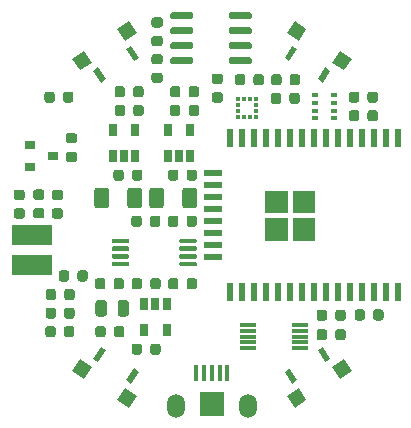
<source format=gbr>
%TF.GenerationSoftware,KiCad,Pcbnew,5.1.7+dfsg1-1~bpo10+1*%
%TF.CreationDate,Date%
%TF.ProjectId,osw-light,6f73772d-6c69-4676-9874-2e6b69636164,3.0*%
%TF.SameCoordinates,Original*%
%TF.FileFunction,Paste,Top*%
%TF.FilePolarity,Positive*%
%FSLAX46Y46*%
G04 Gerber Fmt 4.6, Leading zero omitted, Abs format (unit mm)*
G04 Created by KiCad*
%MOMM*%
%LPD*%
G01*
G04 APERTURE LIST*
%ADD10C,0.100000*%
%ADD11R,0.400000X1.350000*%
%ADD12O,1.500000X2.000000*%
%ADD13R,2.000000X2.000000*%
%ADD14R,3.400000X1.700000*%
%ADD15R,0.650000X1.060000*%
%ADD16R,0.350000X0.375000*%
%ADD17R,0.375000X0.350000*%
%ADD18R,0.500000X0.350000*%
%ADD19R,1.400000X0.300000*%
%ADD20R,0.900000X0.800000*%
%ADD21R,1.524000X0.600000*%
%ADD22R,0.600000X1.524000*%
G04 APERTURE END LIST*
D10*
%TO.C,U7*%
G36*
X80736000Y-101400000D02*
G01*
X80736000Y-99600000D01*
X82536000Y-99600000D01*
X82536000Y-101400000D01*
X80736000Y-101400000D01*
G37*
X80736000Y-101400000D02*
X80736000Y-99600000D01*
X82536000Y-99600000D01*
X82536000Y-101400000D01*
X80736000Y-101400000D01*
G36*
X80736000Y-103700000D02*
G01*
X80736000Y-101900000D01*
X82536000Y-101900000D01*
X82536000Y-103700000D01*
X80736000Y-103700000D01*
G37*
X80736000Y-103700000D02*
X80736000Y-101900000D01*
X82536000Y-101900000D01*
X82536000Y-103700000D01*
X80736000Y-103700000D01*
G36*
X83036000Y-103700000D02*
G01*
X83036000Y-101900000D01*
X84836000Y-101900000D01*
X84836000Y-103700000D01*
X83036000Y-103700000D01*
G37*
X83036000Y-103700000D02*
X83036000Y-101900000D01*
X84836000Y-101900000D01*
X84836000Y-103700000D01*
X83036000Y-103700000D01*
G36*
X83036000Y-101400000D02*
G01*
X83036000Y-99600000D01*
X84836000Y-99600000D01*
X84836000Y-101400000D01*
X83036000Y-101400000D01*
G37*
X83036000Y-101400000D02*
X83036000Y-99600000D01*
X84836000Y-99600000D01*
X84836000Y-101400000D01*
X83036000Y-101400000D01*
%TD*%
D11*
%TO.C,U5*%
X77500000Y-114990500D03*
X76850000Y-114990500D03*
X76200000Y-114990500D03*
X75550000Y-114990500D03*
X74900000Y-114990500D03*
D12*
X79248000Y-117792500D03*
D13*
X76200000Y-117665500D03*
D12*
X73152000Y-117792500D03*
%TD*%
D14*
%TO.C,J1*%
X60960000Y-103327200D03*
X60960000Y-105867200D03*
%TD*%
D10*
%TO.C,SW2*%
G36*
X82772665Y-88581970D02*
G01*
X82353330Y-88309651D01*
X83006897Y-87303246D01*
X83426232Y-87575565D01*
X82772665Y-88581970D01*
G37*
G36*
X85582212Y-90406511D02*
G01*
X85162877Y-90134192D01*
X85816444Y-89127787D01*
X86235779Y-89400106D01*
X85582212Y-90406511D01*
G37*
G36*
X83556726Y-86895408D02*
G01*
X82550321Y-86241841D01*
X83203888Y-85235436D01*
X84210293Y-85889003D01*
X83556726Y-86895408D01*
G37*
G36*
X87391127Y-89385497D02*
G01*
X86384722Y-88731930D01*
X87038289Y-87725525D01*
X88044694Y-88379092D01*
X87391127Y-89385497D01*
G37*
%TD*%
%TO.C,SW1*%
G36*
X67237123Y-90134192D02*
G01*
X66817788Y-90406511D01*
X66164221Y-89400106D01*
X66583556Y-89127787D01*
X67237123Y-90134192D01*
G37*
G36*
X70046670Y-88309651D02*
G01*
X69627335Y-88581970D01*
X68973768Y-87575565D01*
X69393103Y-87303246D01*
X70046670Y-88309651D01*
G37*
G36*
X66015278Y-88731930D02*
G01*
X65008873Y-89385497D01*
X64355306Y-88379092D01*
X65361711Y-87725525D01*
X66015278Y-88731930D01*
G37*
G36*
X69849679Y-86241841D02*
G01*
X68843274Y-86895408D01*
X68189707Y-85889003D01*
X69196112Y-85235436D01*
X69849679Y-86241841D01*
G37*
%TD*%
%TO.C,SW5*%
G36*
X69627335Y-114618030D02*
G01*
X70046670Y-114890349D01*
X69393103Y-115896754D01*
X68973768Y-115624435D01*
X69627335Y-114618030D01*
G37*
G36*
X66817788Y-112793489D02*
G01*
X67237123Y-113065808D01*
X66583556Y-114072213D01*
X66164221Y-113799894D01*
X66817788Y-112793489D01*
G37*
G36*
X68843274Y-116304592D02*
G01*
X69849679Y-116958159D01*
X69196112Y-117964564D01*
X68189707Y-117310997D01*
X68843274Y-116304592D01*
G37*
G36*
X65008873Y-113814503D02*
G01*
X66015278Y-114468070D01*
X65361711Y-115474475D01*
X64355306Y-114820908D01*
X65008873Y-113814503D01*
G37*
%TD*%
%TO.C,SW4*%
G36*
X85162877Y-113065808D02*
G01*
X85582212Y-112793489D01*
X86235779Y-113799894D01*
X85816444Y-114072213D01*
X85162877Y-113065808D01*
G37*
G36*
X82353330Y-114890349D02*
G01*
X82772665Y-114618030D01*
X83426232Y-115624435D01*
X83006897Y-115896754D01*
X82353330Y-114890349D01*
G37*
G36*
X86384722Y-114468070D02*
G01*
X87391127Y-113814503D01*
X88044694Y-114820908D01*
X87038289Y-115474475D01*
X86384722Y-114468070D01*
G37*
G36*
X82550321Y-116958159D02*
G01*
X83556726Y-116304592D01*
X84210293Y-117310997D01*
X83203888Y-117964564D01*
X82550321Y-116958159D01*
G37*
%TD*%
%TO.C,R18*%
G36*
G01*
X71308250Y-89567500D02*
X71820750Y-89567500D01*
G75*
G02*
X72039500Y-89786250I0J-218750D01*
G01*
X72039500Y-90223750D01*
G75*
G02*
X71820750Y-90442500I-218750J0D01*
G01*
X71308250Y-90442500D01*
G75*
G02*
X71089500Y-90223750I0J218750D01*
G01*
X71089500Y-89786250D01*
G75*
G02*
X71308250Y-89567500I218750J0D01*
G01*
G37*
G36*
G01*
X71308250Y-87992500D02*
X71820750Y-87992500D01*
G75*
G02*
X72039500Y-88211250I0J-218750D01*
G01*
X72039500Y-88648750D01*
G75*
G02*
X71820750Y-88867500I-218750J0D01*
G01*
X71308250Y-88867500D01*
G75*
G02*
X71089500Y-88648750I0J218750D01*
G01*
X71089500Y-88211250D01*
G75*
G02*
X71308250Y-87992500I218750J0D01*
G01*
G37*
%TD*%
%TO.C,C11*%
G36*
G01*
X71820750Y-85756000D02*
X71308250Y-85756000D01*
G75*
G02*
X71089500Y-85537250I0J218750D01*
G01*
X71089500Y-85099750D01*
G75*
G02*
X71308250Y-84881000I218750J0D01*
G01*
X71820750Y-84881000D01*
G75*
G02*
X72039500Y-85099750I0J-218750D01*
G01*
X72039500Y-85537250D01*
G75*
G02*
X71820750Y-85756000I-218750J0D01*
G01*
G37*
G36*
G01*
X71820750Y-87331000D02*
X71308250Y-87331000D01*
G75*
G02*
X71089500Y-87112250I0J218750D01*
G01*
X71089500Y-86674750D01*
G75*
G02*
X71308250Y-86456000I218750J0D01*
G01*
X71820750Y-86456000D01*
G75*
G02*
X72039500Y-86674750I0J-218750D01*
G01*
X72039500Y-87112250D01*
G75*
G02*
X71820750Y-87331000I-218750J0D01*
G01*
G37*
%TD*%
%TO.C,C22*%
G36*
G01*
X62862750Y-101061000D02*
X63375250Y-101061000D01*
G75*
G02*
X63594000Y-101279750I0J-218750D01*
G01*
X63594000Y-101717250D01*
G75*
G02*
X63375250Y-101936000I-218750J0D01*
G01*
X62862750Y-101936000D01*
G75*
G02*
X62644000Y-101717250I0J218750D01*
G01*
X62644000Y-101279750D01*
G75*
G02*
X62862750Y-101061000I218750J0D01*
G01*
G37*
G36*
G01*
X62862750Y-99486000D02*
X63375250Y-99486000D01*
G75*
G02*
X63594000Y-99704750I0J-218750D01*
G01*
X63594000Y-100142250D01*
G75*
G02*
X63375250Y-100361000I-218750J0D01*
G01*
X62862750Y-100361000D01*
G75*
G02*
X62644000Y-100142250I0J218750D01*
G01*
X62644000Y-99704750D01*
G75*
G02*
X62862750Y-99486000I218750J0D01*
G01*
G37*
%TD*%
D15*
%TO.C,U13*%
X67833200Y-94404000D03*
X69733200Y-94404000D03*
X69733200Y-96604000D03*
X68783200Y-96604000D03*
X67833200Y-96604000D03*
%TD*%
%TO.C,U10*%
X72456000Y-94404000D03*
X74356000Y-94404000D03*
X74356000Y-96604000D03*
X73406000Y-96604000D03*
X72456000Y-96604000D03*
%TD*%
%TO.C,R22*%
G36*
G01*
X60149450Y-100361000D02*
X59636950Y-100361000D01*
G75*
G02*
X59418200Y-100142250I0J218750D01*
G01*
X59418200Y-99704750D01*
G75*
G02*
X59636950Y-99486000I218750J0D01*
G01*
X60149450Y-99486000D01*
G75*
G02*
X60368200Y-99704750I0J-218750D01*
G01*
X60368200Y-100142250D01*
G75*
G02*
X60149450Y-100361000I-218750J0D01*
G01*
G37*
G36*
G01*
X60149450Y-101936000D02*
X59636950Y-101936000D01*
G75*
G02*
X59418200Y-101717250I0J218750D01*
G01*
X59418200Y-101279750D01*
G75*
G02*
X59636950Y-101061000I218750J0D01*
G01*
X60149450Y-101061000D01*
G75*
G02*
X60368200Y-101279750I0J-218750D01*
G01*
X60368200Y-101717250D01*
G75*
G02*
X60149450Y-101936000I-218750J0D01*
G01*
G37*
%TD*%
%TO.C,R21*%
G36*
G01*
X61287950Y-101035500D02*
X61800450Y-101035500D01*
G75*
G02*
X62019200Y-101254250I0J-218750D01*
G01*
X62019200Y-101691750D01*
G75*
G02*
X61800450Y-101910500I-218750J0D01*
G01*
X61287950Y-101910500D01*
G75*
G02*
X61069200Y-101691750I0J218750D01*
G01*
X61069200Y-101254250D01*
G75*
G02*
X61287950Y-101035500I218750J0D01*
G01*
G37*
G36*
G01*
X61287950Y-99460500D02*
X61800450Y-99460500D01*
G75*
G02*
X62019200Y-99679250I0J-218750D01*
G01*
X62019200Y-100116750D01*
G75*
G02*
X61800450Y-100335500I-218750J0D01*
G01*
X61287950Y-100335500D01*
G75*
G02*
X61069200Y-100116750I0J218750D01*
G01*
X61069200Y-99679250D01*
G75*
G02*
X61287950Y-99460500I218750J0D01*
G01*
G37*
%TD*%
%TO.C,C19*%
G36*
G01*
X69539500Y-91442250D02*
X69539500Y-90929750D01*
G75*
G02*
X69758250Y-90711000I218750J0D01*
G01*
X70195750Y-90711000D01*
G75*
G02*
X70414500Y-90929750I0J-218750D01*
G01*
X70414500Y-91442250D01*
G75*
G02*
X70195750Y-91661000I-218750J0D01*
G01*
X69758250Y-91661000D01*
G75*
G02*
X69539500Y-91442250I0J218750D01*
G01*
G37*
G36*
G01*
X67964500Y-91442250D02*
X67964500Y-90929750D01*
G75*
G02*
X68183250Y-90711000I218750J0D01*
G01*
X68620750Y-90711000D01*
G75*
G02*
X68839500Y-90929750I0J-218750D01*
G01*
X68839500Y-91442250D01*
G75*
G02*
X68620750Y-91661000I-218750J0D01*
G01*
X68183250Y-91661000D01*
G75*
G02*
X67964500Y-91442250I0J218750D01*
G01*
G37*
%TD*%
%TO.C,C18*%
G36*
G01*
X74238600Y-91442250D02*
X74238600Y-90929750D01*
G75*
G02*
X74457350Y-90711000I218750J0D01*
G01*
X74894850Y-90711000D01*
G75*
G02*
X75113600Y-90929750I0J-218750D01*
G01*
X75113600Y-91442250D01*
G75*
G02*
X74894850Y-91661000I-218750J0D01*
G01*
X74457350Y-91661000D01*
G75*
G02*
X74238600Y-91442250I0J218750D01*
G01*
G37*
G36*
G01*
X72663600Y-91442250D02*
X72663600Y-90929750D01*
G75*
G02*
X72882350Y-90711000I218750J0D01*
G01*
X73319850Y-90711000D01*
G75*
G02*
X73538600Y-90929750I0J-218750D01*
G01*
X73538600Y-91442250D01*
G75*
G02*
X73319850Y-91661000I-218750J0D01*
G01*
X72882350Y-91661000D01*
G75*
G02*
X72663600Y-91442250I0J218750D01*
G01*
G37*
%TD*%
%TO.C,C17*%
G36*
G01*
X69539500Y-93029750D02*
X69539500Y-92517250D01*
G75*
G02*
X69758250Y-92298500I218750J0D01*
G01*
X70195750Y-92298500D01*
G75*
G02*
X70414500Y-92517250I0J-218750D01*
G01*
X70414500Y-93029750D01*
G75*
G02*
X70195750Y-93248500I-218750J0D01*
G01*
X69758250Y-93248500D01*
G75*
G02*
X69539500Y-93029750I0J218750D01*
G01*
G37*
G36*
G01*
X67964500Y-93029750D02*
X67964500Y-92517250D01*
G75*
G02*
X68183250Y-92298500I218750J0D01*
G01*
X68620750Y-92298500D01*
G75*
G02*
X68839500Y-92517250I0J-218750D01*
G01*
X68839500Y-93029750D01*
G75*
G02*
X68620750Y-93248500I-218750J0D01*
G01*
X68183250Y-93248500D01*
G75*
G02*
X67964500Y-93029750I0J218750D01*
G01*
G37*
%TD*%
%TO.C,C16*%
G36*
G01*
X74238600Y-93029750D02*
X74238600Y-92517250D01*
G75*
G02*
X74457350Y-92298500I218750J0D01*
G01*
X74894850Y-92298500D01*
G75*
G02*
X75113600Y-92517250I0J-218750D01*
G01*
X75113600Y-93029750D01*
G75*
G02*
X74894850Y-93248500I-218750J0D01*
G01*
X74457350Y-93248500D01*
G75*
G02*
X74238600Y-93029750I0J218750D01*
G01*
G37*
G36*
G01*
X72663600Y-93029750D02*
X72663600Y-92517250D01*
G75*
G02*
X72882350Y-92298500I218750J0D01*
G01*
X73319850Y-92298500D01*
G75*
G02*
X73538600Y-92517250I0J-218750D01*
G01*
X73538600Y-93029750D01*
G75*
G02*
X73319850Y-93248500I-218750J0D01*
G01*
X72882350Y-93248500D01*
G75*
G02*
X72663600Y-93029750I0J218750D01*
G01*
G37*
%TD*%
%TO.C,C15*%
G36*
G01*
X69438000Y-98503450D02*
X69438000Y-97990950D01*
G75*
G02*
X69656750Y-97772200I218750J0D01*
G01*
X70094250Y-97772200D01*
G75*
G02*
X70313000Y-97990950I0J-218750D01*
G01*
X70313000Y-98503450D01*
G75*
G02*
X70094250Y-98722200I-218750J0D01*
G01*
X69656750Y-98722200D01*
G75*
G02*
X69438000Y-98503450I0J218750D01*
G01*
G37*
G36*
G01*
X67863000Y-98503450D02*
X67863000Y-97990950D01*
G75*
G02*
X68081750Y-97772200I218750J0D01*
G01*
X68519250Y-97772200D01*
G75*
G02*
X68738000Y-97990950I0J-218750D01*
G01*
X68738000Y-98503450D01*
G75*
G02*
X68519250Y-98722200I-218750J0D01*
G01*
X68081750Y-98722200D01*
G75*
G02*
X67863000Y-98503450I0J218750D01*
G01*
G37*
%TD*%
%TO.C,C14*%
G36*
G01*
X74060800Y-98503450D02*
X74060800Y-97990950D01*
G75*
G02*
X74279550Y-97772200I218750J0D01*
G01*
X74717050Y-97772200D01*
G75*
G02*
X74935800Y-97990950I0J-218750D01*
G01*
X74935800Y-98503450D01*
G75*
G02*
X74717050Y-98722200I-218750J0D01*
G01*
X74279550Y-98722200D01*
G75*
G02*
X74060800Y-98503450I0J218750D01*
G01*
G37*
G36*
G01*
X72485800Y-98503450D02*
X72485800Y-97990950D01*
G75*
G02*
X72704550Y-97772200I218750J0D01*
G01*
X73142050Y-97772200D01*
G75*
G02*
X73360800Y-97990950I0J-218750D01*
G01*
X73360800Y-98503450D01*
G75*
G02*
X73142050Y-98722200I-218750J0D01*
G01*
X72704550Y-98722200D01*
G75*
G02*
X72485800Y-98503450I0J218750D01*
G01*
G37*
%TD*%
%TO.C,C6*%
G36*
G01*
X69050200Y-100802600D02*
X69050200Y-99552600D01*
G75*
G02*
X69300200Y-99302600I250000J0D01*
G01*
X70050200Y-99302600D01*
G75*
G02*
X70300200Y-99552600I0J-250000D01*
G01*
X70300200Y-100802600D01*
G75*
G02*
X70050200Y-101052600I-250000J0D01*
G01*
X69300200Y-101052600D01*
G75*
G02*
X69050200Y-100802600I0J250000D01*
G01*
G37*
G36*
G01*
X66250200Y-100802600D02*
X66250200Y-99552600D01*
G75*
G02*
X66500200Y-99302600I250000J0D01*
G01*
X67250200Y-99302600D01*
G75*
G02*
X67500200Y-99552600I0J-250000D01*
G01*
X67500200Y-100802600D01*
G75*
G02*
X67250200Y-101052600I-250000J0D01*
G01*
X66500200Y-101052600D01*
G75*
G02*
X66250200Y-100802600I0J250000D01*
G01*
G37*
%TD*%
%TO.C,C5*%
G36*
G01*
X73695400Y-100802600D02*
X73695400Y-99552600D01*
G75*
G02*
X73945400Y-99302600I250000J0D01*
G01*
X74695400Y-99302600D01*
G75*
G02*
X74945400Y-99552600I0J-250000D01*
G01*
X74945400Y-100802600D01*
G75*
G02*
X74695400Y-101052600I-250000J0D01*
G01*
X73945400Y-101052600D01*
G75*
G02*
X73695400Y-100802600I0J250000D01*
G01*
G37*
G36*
G01*
X70895400Y-100802600D02*
X70895400Y-99552600D01*
G75*
G02*
X71145400Y-99302600I250000J0D01*
G01*
X71895400Y-99302600D01*
G75*
G02*
X72145400Y-99552600I0J-250000D01*
G01*
X72145400Y-100802600D01*
G75*
G02*
X71895400Y-101052600I-250000J0D01*
G01*
X71145400Y-101052600D01*
G75*
G02*
X70895400Y-100802600I0J250000D01*
G01*
G37*
%TD*%
D16*
%TO.C,U2*%
X79434500Y-91820500D03*
X78934500Y-91820500D03*
X79434500Y-93345500D03*
X78934500Y-93345500D03*
X78434500Y-91820500D03*
X78434500Y-93345500D03*
X79934500Y-91820500D03*
X79934500Y-93345500D03*
D17*
X78422000Y-92333000D03*
X78422000Y-92833000D03*
X79947000Y-92833000D03*
X79947000Y-92333000D03*
%TD*%
%TO.C,U9*%
G36*
G01*
X74923200Y-105675400D02*
X74923200Y-105875400D01*
G75*
G02*
X74823200Y-105975400I-100000J0D01*
G01*
X73548200Y-105975400D01*
G75*
G02*
X73448200Y-105875400I0J100000D01*
G01*
X73448200Y-105675400D01*
G75*
G02*
X73548200Y-105575400I100000J0D01*
G01*
X74823200Y-105575400D01*
G75*
G02*
X74923200Y-105675400I0J-100000D01*
G01*
G37*
G36*
G01*
X74923200Y-105025400D02*
X74923200Y-105225400D01*
G75*
G02*
X74823200Y-105325400I-100000J0D01*
G01*
X73548200Y-105325400D01*
G75*
G02*
X73448200Y-105225400I0J100000D01*
G01*
X73448200Y-105025400D01*
G75*
G02*
X73548200Y-104925400I100000J0D01*
G01*
X74823200Y-104925400D01*
G75*
G02*
X74923200Y-105025400I0J-100000D01*
G01*
G37*
G36*
G01*
X74923200Y-104375400D02*
X74923200Y-104575400D01*
G75*
G02*
X74823200Y-104675400I-100000J0D01*
G01*
X73548200Y-104675400D01*
G75*
G02*
X73448200Y-104575400I0J100000D01*
G01*
X73448200Y-104375400D01*
G75*
G02*
X73548200Y-104275400I100000J0D01*
G01*
X74823200Y-104275400D01*
G75*
G02*
X74923200Y-104375400I0J-100000D01*
G01*
G37*
G36*
G01*
X74923200Y-103725400D02*
X74923200Y-103925400D01*
G75*
G02*
X74823200Y-104025400I-100000J0D01*
G01*
X73548200Y-104025400D01*
G75*
G02*
X73448200Y-103925400I0J100000D01*
G01*
X73448200Y-103725400D01*
G75*
G02*
X73548200Y-103625400I100000J0D01*
G01*
X74823200Y-103625400D01*
G75*
G02*
X74923200Y-103725400I0J-100000D01*
G01*
G37*
G36*
G01*
X69198200Y-103725400D02*
X69198200Y-103925400D01*
G75*
G02*
X69098200Y-104025400I-100000J0D01*
G01*
X67823200Y-104025400D01*
G75*
G02*
X67723200Y-103925400I0J100000D01*
G01*
X67723200Y-103725400D01*
G75*
G02*
X67823200Y-103625400I100000J0D01*
G01*
X69098200Y-103625400D01*
G75*
G02*
X69198200Y-103725400I0J-100000D01*
G01*
G37*
G36*
G01*
X69198200Y-104375400D02*
X69198200Y-104575400D01*
G75*
G02*
X69098200Y-104675400I-100000J0D01*
G01*
X67823200Y-104675400D01*
G75*
G02*
X67723200Y-104575400I0J100000D01*
G01*
X67723200Y-104375400D01*
G75*
G02*
X67823200Y-104275400I100000J0D01*
G01*
X69098200Y-104275400D01*
G75*
G02*
X69198200Y-104375400I0J-100000D01*
G01*
G37*
G36*
G01*
X69198200Y-105025400D02*
X69198200Y-105225400D01*
G75*
G02*
X69098200Y-105325400I-100000J0D01*
G01*
X67823200Y-105325400D01*
G75*
G02*
X67723200Y-105225400I0J100000D01*
G01*
X67723200Y-105025400D01*
G75*
G02*
X67823200Y-104925400I100000J0D01*
G01*
X69098200Y-104925400D01*
G75*
G02*
X69198200Y-105025400I0J-100000D01*
G01*
G37*
G36*
G01*
X69198200Y-105675400D02*
X69198200Y-105875400D01*
G75*
G02*
X69098200Y-105975400I-100000J0D01*
G01*
X67823200Y-105975400D01*
G75*
G02*
X67723200Y-105875400I0J100000D01*
G01*
X67723200Y-105675400D01*
G75*
G02*
X67823200Y-105575400I100000J0D01*
G01*
X69098200Y-105575400D01*
G75*
G02*
X69198200Y-105675400I0J-100000D01*
G01*
G37*
%TD*%
%TO.C,R19*%
G36*
G01*
X74060800Y-102415050D02*
X74060800Y-101902550D01*
G75*
G02*
X74279550Y-101683800I218750J0D01*
G01*
X74717050Y-101683800D01*
G75*
G02*
X74935800Y-101902550I0J-218750D01*
G01*
X74935800Y-102415050D01*
G75*
G02*
X74717050Y-102633800I-218750J0D01*
G01*
X74279550Y-102633800D01*
G75*
G02*
X74060800Y-102415050I0J218750D01*
G01*
G37*
G36*
G01*
X72485800Y-102415050D02*
X72485800Y-101902550D01*
G75*
G02*
X72704550Y-101683800I218750J0D01*
G01*
X73142050Y-101683800D01*
G75*
G02*
X73360800Y-101902550I0J-218750D01*
G01*
X73360800Y-102415050D01*
G75*
G02*
X73142050Y-102633800I-218750J0D01*
G01*
X72704550Y-102633800D01*
G75*
G02*
X72485800Y-102415050I0J218750D01*
G01*
G37*
%TD*%
%TO.C,C13*%
G36*
G01*
X76913450Y-90531200D02*
X76400950Y-90531200D01*
G75*
G02*
X76182200Y-90312450I0J218750D01*
G01*
X76182200Y-89874950D01*
G75*
G02*
X76400950Y-89656200I218750J0D01*
G01*
X76913450Y-89656200D01*
G75*
G02*
X77132200Y-89874950I0J-218750D01*
G01*
X77132200Y-90312450D01*
G75*
G02*
X76913450Y-90531200I-218750J0D01*
G01*
G37*
G36*
G01*
X76913450Y-92106200D02*
X76400950Y-92106200D01*
G75*
G02*
X76182200Y-91887450I0J218750D01*
G01*
X76182200Y-91449950D01*
G75*
G02*
X76400950Y-91231200I218750J0D01*
G01*
X76913450Y-91231200D01*
G75*
G02*
X77132200Y-91449950I0J-218750D01*
G01*
X77132200Y-91887450D01*
G75*
G02*
X76913450Y-92106200I-218750J0D01*
G01*
G37*
%TD*%
%TO.C,C12*%
G36*
G01*
X82072900Y-91488550D02*
X82072900Y-92001050D01*
G75*
G02*
X81854150Y-92219800I-218750J0D01*
G01*
X81416650Y-92219800D01*
G75*
G02*
X81197900Y-92001050I0J218750D01*
G01*
X81197900Y-91488550D01*
G75*
G02*
X81416650Y-91269800I218750J0D01*
G01*
X81854150Y-91269800D01*
G75*
G02*
X82072900Y-91488550I0J-218750D01*
G01*
G37*
G36*
G01*
X83647900Y-91488550D02*
X83647900Y-92001050D01*
G75*
G02*
X83429150Y-92219800I-218750J0D01*
G01*
X82991650Y-92219800D01*
G75*
G02*
X82772900Y-92001050I0J218750D01*
G01*
X82772900Y-91488550D01*
G75*
G02*
X82991650Y-91269800I218750J0D01*
G01*
X83429150Y-91269800D01*
G75*
G02*
X83647900Y-91488550I0J-218750D01*
G01*
G37*
%TD*%
%TO.C,C9*%
G36*
G01*
X86659200Y-112016250D02*
X86659200Y-111503750D01*
G75*
G02*
X86877950Y-111285000I218750J0D01*
G01*
X87315450Y-111285000D01*
G75*
G02*
X87534200Y-111503750I0J-218750D01*
G01*
X87534200Y-112016250D01*
G75*
G02*
X87315450Y-112235000I-218750J0D01*
G01*
X86877950Y-112235000D01*
G75*
G02*
X86659200Y-112016250I0J218750D01*
G01*
G37*
G36*
G01*
X85084200Y-112016250D02*
X85084200Y-111503750D01*
G75*
G02*
X85302950Y-111285000I218750J0D01*
G01*
X85740450Y-111285000D01*
G75*
G02*
X85959200Y-111503750I0J-218750D01*
G01*
X85959200Y-112016250D01*
G75*
G02*
X85740450Y-112235000I-218750J0D01*
G01*
X85302950Y-112235000D01*
G75*
G02*
X85084200Y-112016250I0J218750D01*
G01*
G37*
%TD*%
%TO.C,C8*%
G36*
G01*
X88676900Y-92961750D02*
X88676900Y-93474250D01*
G75*
G02*
X88458150Y-93693000I-218750J0D01*
G01*
X88020650Y-93693000D01*
G75*
G02*
X87801900Y-93474250I0J218750D01*
G01*
X87801900Y-92961750D01*
G75*
G02*
X88020650Y-92743000I218750J0D01*
G01*
X88458150Y-92743000D01*
G75*
G02*
X88676900Y-92961750I0J-218750D01*
G01*
G37*
G36*
G01*
X90251900Y-92961750D02*
X90251900Y-93474250D01*
G75*
G02*
X90033150Y-93693000I-218750J0D01*
G01*
X89595650Y-93693000D01*
G75*
G02*
X89376900Y-93474250I0J218750D01*
G01*
X89376900Y-92961750D01*
G75*
G02*
X89595650Y-92743000I218750J0D01*
G01*
X90033150Y-92743000D01*
G75*
G02*
X90251900Y-92961750I0J-218750D01*
G01*
G37*
%TD*%
%TO.C,R17*%
G36*
G01*
X62997600Y-109674950D02*
X62997600Y-110187450D01*
G75*
G02*
X62778850Y-110406200I-218750J0D01*
G01*
X62341350Y-110406200D01*
G75*
G02*
X62122600Y-110187450I0J218750D01*
G01*
X62122600Y-109674950D01*
G75*
G02*
X62341350Y-109456200I218750J0D01*
G01*
X62778850Y-109456200D01*
G75*
G02*
X62997600Y-109674950I0J-218750D01*
G01*
G37*
G36*
G01*
X64572600Y-109674950D02*
X64572600Y-110187450D01*
G75*
G02*
X64353850Y-110406200I-218750J0D01*
G01*
X63916350Y-110406200D01*
G75*
G02*
X63697600Y-110187450I0J218750D01*
G01*
X63697600Y-109674950D01*
G75*
G02*
X63916350Y-109456200I218750J0D01*
G01*
X64353850Y-109456200D01*
G75*
G02*
X64572600Y-109674950I0J-218750D01*
G01*
G37*
%TD*%
%TO.C,R16*%
G36*
G01*
X63697600Y-108612650D02*
X63697600Y-108100150D01*
G75*
G02*
X63916350Y-107881400I218750J0D01*
G01*
X64353850Y-107881400D01*
G75*
G02*
X64572600Y-108100150I0J-218750D01*
G01*
X64572600Y-108612650D01*
G75*
G02*
X64353850Y-108831400I-218750J0D01*
G01*
X63916350Y-108831400D01*
G75*
G02*
X63697600Y-108612650I0J218750D01*
G01*
G37*
G36*
G01*
X62122600Y-108612650D02*
X62122600Y-108100150D01*
G75*
G02*
X62341350Y-107881400I218750J0D01*
G01*
X62778850Y-107881400D01*
G75*
G02*
X62997600Y-108100150I0J-218750D01*
G01*
X62997600Y-108612650D01*
G75*
G02*
X62778850Y-108831400I-218750J0D01*
G01*
X62341350Y-108831400D01*
G75*
G02*
X62122600Y-108612650I0J218750D01*
G01*
G37*
%TD*%
%TO.C,R7*%
G36*
G01*
X79724900Y-90426250D02*
X79724900Y-89913750D01*
G75*
G02*
X79943650Y-89695000I218750J0D01*
G01*
X80381150Y-89695000D01*
G75*
G02*
X80599900Y-89913750I0J-218750D01*
G01*
X80599900Y-90426250D01*
G75*
G02*
X80381150Y-90645000I-218750J0D01*
G01*
X79943650Y-90645000D01*
G75*
G02*
X79724900Y-90426250I0J218750D01*
G01*
G37*
G36*
G01*
X78149900Y-90426250D02*
X78149900Y-89913750D01*
G75*
G02*
X78368650Y-89695000I218750J0D01*
G01*
X78806150Y-89695000D01*
G75*
G02*
X79024900Y-89913750I0J-218750D01*
G01*
X79024900Y-90426250D01*
G75*
G02*
X78806150Y-90645000I-218750J0D01*
G01*
X78368650Y-90645000D01*
G75*
G02*
X78149900Y-90426250I0J218750D01*
G01*
G37*
%TD*%
%TO.C,R6*%
G36*
G01*
X82098400Y-89913750D02*
X82098400Y-90426250D01*
G75*
G02*
X81879650Y-90645000I-218750J0D01*
G01*
X81442150Y-90645000D01*
G75*
G02*
X81223400Y-90426250I0J218750D01*
G01*
X81223400Y-89913750D01*
G75*
G02*
X81442150Y-89695000I218750J0D01*
G01*
X81879650Y-89695000D01*
G75*
G02*
X82098400Y-89913750I0J-218750D01*
G01*
G37*
G36*
G01*
X83673400Y-89913750D02*
X83673400Y-90426250D01*
G75*
G02*
X83454650Y-90645000I-218750J0D01*
G01*
X83017150Y-90645000D01*
G75*
G02*
X82798400Y-90426250I0J218750D01*
G01*
X82798400Y-89913750D01*
G75*
G02*
X83017150Y-89695000I218750J0D01*
G01*
X83454650Y-89695000D01*
G75*
G02*
X83673400Y-89913750I0J-218750D01*
G01*
G37*
%TD*%
D18*
%TO.C,U3*%
X84950400Y-93431000D03*
X86550400Y-91481000D03*
X86550400Y-92131000D03*
X86550400Y-92781000D03*
X84950400Y-91481000D03*
X84950400Y-92131000D03*
X84950400Y-92781000D03*
X86550400Y-93431000D03*
%TD*%
%TO.C,U1*%
G36*
G01*
X77636500Y-84909800D02*
X77636500Y-84609800D01*
G75*
G02*
X77786500Y-84459800I150000J0D01*
G01*
X79436500Y-84459800D01*
G75*
G02*
X79586500Y-84609800I0J-150000D01*
G01*
X79586500Y-84909800D01*
G75*
G02*
X79436500Y-85059800I-150000J0D01*
G01*
X77786500Y-85059800D01*
G75*
G02*
X77636500Y-84909800I0J150000D01*
G01*
G37*
G36*
G01*
X77636500Y-86179800D02*
X77636500Y-85879800D01*
G75*
G02*
X77786500Y-85729800I150000J0D01*
G01*
X79436500Y-85729800D01*
G75*
G02*
X79586500Y-85879800I0J-150000D01*
G01*
X79586500Y-86179800D01*
G75*
G02*
X79436500Y-86329800I-150000J0D01*
G01*
X77786500Y-86329800D01*
G75*
G02*
X77636500Y-86179800I0J150000D01*
G01*
G37*
G36*
G01*
X77636500Y-87449800D02*
X77636500Y-87149800D01*
G75*
G02*
X77786500Y-86999800I150000J0D01*
G01*
X79436500Y-86999800D01*
G75*
G02*
X79586500Y-87149800I0J-150000D01*
G01*
X79586500Y-87449800D01*
G75*
G02*
X79436500Y-87599800I-150000J0D01*
G01*
X77786500Y-87599800D01*
G75*
G02*
X77636500Y-87449800I0J150000D01*
G01*
G37*
G36*
G01*
X77636500Y-88719800D02*
X77636500Y-88419800D01*
G75*
G02*
X77786500Y-88269800I150000J0D01*
G01*
X79436500Y-88269800D01*
G75*
G02*
X79586500Y-88419800I0J-150000D01*
G01*
X79586500Y-88719800D01*
G75*
G02*
X79436500Y-88869800I-150000J0D01*
G01*
X77786500Y-88869800D01*
G75*
G02*
X77636500Y-88719800I0J150000D01*
G01*
G37*
G36*
G01*
X72686500Y-88719800D02*
X72686500Y-88419800D01*
G75*
G02*
X72836500Y-88269800I150000J0D01*
G01*
X74486500Y-88269800D01*
G75*
G02*
X74636500Y-88419800I0J-150000D01*
G01*
X74636500Y-88719800D01*
G75*
G02*
X74486500Y-88869800I-150000J0D01*
G01*
X72836500Y-88869800D01*
G75*
G02*
X72686500Y-88719800I0J150000D01*
G01*
G37*
G36*
G01*
X72686500Y-87449800D02*
X72686500Y-87149800D01*
G75*
G02*
X72836500Y-86999800I150000J0D01*
G01*
X74486500Y-86999800D01*
G75*
G02*
X74636500Y-87149800I0J-150000D01*
G01*
X74636500Y-87449800D01*
G75*
G02*
X74486500Y-87599800I-150000J0D01*
G01*
X72836500Y-87599800D01*
G75*
G02*
X72686500Y-87449800I0J150000D01*
G01*
G37*
G36*
G01*
X72686500Y-86179800D02*
X72686500Y-85879800D01*
G75*
G02*
X72836500Y-85729800I150000J0D01*
G01*
X74486500Y-85729800D01*
G75*
G02*
X74636500Y-85879800I0J-150000D01*
G01*
X74636500Y-86179800D01*
G75*
G02*
X74486500Y-86329800I-150000J0D01*
G01*
X72836500Y-86329800D01*
G75*
G02*
X72686500Y-86179800I0J150000D01*
G01*
G37*
G36*
G01*
X72686500Y-84909800D02*
X72686500Y-84609800D01*
G75*
G02*
X72836500Y-84459800I150000J0D01*
G01*
X74486500Y-84459800D01*
G75*
G02*
X74636500Y-84609800I0J-150000D01*
G01*
X74636500Y-84909800D01*
G75*
G02*
X74486500Y-85059800I-150000J0D01*
G01*
X72836500Y-85059800D01*
G75*
G02*
X72686500Y-84909800I0J150000D01*
G01*
G37*
%TD*%
D19*
%TO.C,U6*%
X79283200Y-110912400D03*
X79283200Y-111412400D03*
X79283200Y-111912400D03*
X79283200Y-112412400D03*
X79283200Y-112912400D03*
X83683200Y-112912400D03*
X83683200Y-112412400D03*
X83683200Y-111912400D03*
X83683200Y-111412400D03*
X83683200Y-110912400D03*
%TD*%
D15*
%TO.C,U11*%
X72374800Y-109136000D03*
X71424800Y-109136000D03*
X70474800Y-109136000D03*
X70474800Y-111336000D03*
X72374800Y-111336000D03*
%TD*%
%TO.C,R11*%
G36*
G01*
X89376900Y-91899450D02*
X89376900Y-91386950D01*
G75*
G02*
X89595650Y-91168200I218750J0D01*
G01*
X90033150Y-91168200D01*
G75*
G02*
X90251900Y-91386950I0J-218750D01*
G01*
X90251900Y-91899450D01*
G75*
G02*
X90033150Y-92118200I-218750J0D01*
G01*
X89595650Y-92118200D01*
G75*
G02*
X89376900Y-91899450I0J218750D01*
G01*
G37*
G36*
G01*
X87801900Y-91899450D02*
X87801900Y-91386950D01*
G75*
G02*
X88020650Y-91168200I218750J0D01*
G01*
X88458150Y-91168200D01*
G75*
G02*
X88676900Y-91386950I0J-218750D01*
G01*
X88676900Y-91899450D01*
G75*
G02*
X88458150Y-92118200I-218750J0D01*
G01*
X88020650Y-92118200D01*
G75*
G02*
X87801900Y-91899450I0J218750D01*
G01*
G37*
%TD*%
%TO.C,R10*%
G36*
G01*
X62896000Y-91386950D02*
X62896000Y-91899450D01*
G75*
G02*
X62677250Y-92118200I-218750J0D01*
G01*
X62239750Y-92118200D01*
G75*
G02*
X62021000Y-91899450I0J218750D01*
G01*
X62021000Y-91386950D01*
G75*
G02*
X62239750Y-91168200I218750J0D01*
G01*
X62677250Y-91168200D01*
G75*
G02*
X62896000Y-91386950I0J-218750D01*
G01*
G37*
G36*
G01*
X64471000Y-91386950D02*
X64471000Y-91899450D01*
G75*
G02*
X64252250Y-92118200I-218750J0D01*
G01*
X63814750Y-92118200D01*
G75*
G02*
X63596000Y-91899450I0J218750D01*
G01*
X63596000Y-91386950D01*
G75*
G02*
X63814750Y-91168200I218750J0D01*
G01*
X64252250Y-91168200D01*
G75*
G02*
X64471000Y-91386950I0J-218750D01*
G01*
G37*
%TD*%
%TO.C,R14*%
G36*
G01*
X70262000Y-101902550D02*
X70262000Y-102415050D01*
G75*
G02*
X70043250Y-102633800I-218750J0D01*
G01*
X69605750Y-102633800D01*
G75*
G02*
X69387000Y-102415050I0J218750D01*
G01*
X69387000Y-101902550D01*
G75*
G02*
X69605750Y-101683800I218750J0D01*
G01*
X70043250Y-101683800D01*
G75*
G02*
X70262000Y-101902550I0J-218750D01*
G01*
G37*
G36*
G01*
X71837000Y-101902550D02*
X71837000Y-102415050D01*
G75*
G02*
X71618250Y-102633800I-218750J0D01*
G01*
X71180750Y-102633800D01*
G75*
G02*
X70962000Y-102415050I0J218750D01*
G01*
X70962000Y-101902550D01*
G75*
G02*
X71180750Y-101683800I218750J0D01*
G01*
X71618250Y-101683800D01*
G75*
G02*
X71837000Y-101902550I0J-218750D01*
G01*
G37*
%TD*%
%TO.C,R4*%
G36*
G01*
X86659200Y-110365250D02*
X86659200Y-109852750D01*
G75*
G02*
X86877950Y-109634000I218750J0D01*
G01*
X87315450Y-109634000D01*
G75*
G02*
X87534200Y-109852750I0J-218750D01*
G01*
X87534200Y-110365250D01*
G75*
G02*
X87315450Y-110584000I-218750J0D01*
G01*
X86877950Y-110584000D01*
G75*
G02*
X86659200Y-110365250I0J218750D01*
G01*
G37*
G36*
G01*
X85084200Y-110365250D02*
X85084200Y-109852750D01*
G75*
G02*
X85302950Y-109634000I218750J0D01*
G01*
X85740450Y-109634000D01*
G75*
G02*
X85959200Y-109852750I0J-218750D01*
G01*
X85959200Y-110365250D01*
G75*
G02*
X85740450Y-110584000I-218750J0D01*
G01*
X85302950Y-110584000D01*
G75*
G02*
X85084200Y-110365250I0J218750D01*
G01*
G37*
%TD*%
%TO.C,R15*%
G36*
G01*
X67175900Y-107185750D02*
X67175900Y-107698250D01*
G75*
G02*
X66957150Y-107917000I-218750J0D01*
G01*
X66519650Y-107917000D01*
G75*
G02*
X66300900Y-107698250I0J218750D01*
G01*
X66300900Y-107185750D01*
G75*
G02*
X66519650Y-106967000I218750J0D01*
G01*
X66957150Y-106967000D01*
G75*
G02*
X67175900Y-107185750I0J-218750D01*
G01*
G37*
G36*
G01*
X68750900Y-107185750D02*
X68750900Y-107698250D01*
G75*
G02*
X68532150Y-107917000I-218750J0D01*
G01*
X68094650Y-107917000D01*
G75*
G02*
X67875900Y-107698250I0J218750D01*
G01*
X67875900Y-107185750D01*
G75*
G02*
X68094650Y-106967000I218750J0D01*
G01*
X68532150Y-106967000D01*
G75*
G02*
X68750900Y-107185750I0J-218750D01*
G01*
G37*
%TD*%
%TO.C,R13*%
G36*
G01*
X67914000Y-111762250D02*
X67914000Y-111249750D01*
G75*
G02*
X68132750Y-111031000I218750J0D01*
G01*
X68570250Y-111031000D01*
G75*
G02*
X68789000Y-111249750I0J-218750D01*
G01*
X68789000Y-111762250D01*
G75*
G02*
X68570250Y-111981000I-218750J0D01*
G01*
X68132750Y-111981000D01*
G75*
G02*
X67914000Y-111762250I0J218750D01*
G01*
G37*
G36*
G01*
X66339000Y-111762250D02*
X66339000Y-111249750D01*
G75*
G02*
X66557750Y-111031000I218750J0D01*
G01*
X66995250Y-111031000D01*
G75*
G02*
X67214000Y-111249750I0J-218750D01*
G01*
X67214000Y-111762250D01*
G75*
G02*
X66995250Y-111981000I-218750J0D01*
G01*
X66557750Y-111981000D01*
G75*
G02*
X66339000Y-111762250I0J218750D01*
G01*
G37*
%TD*%
%TO.C,R1*%
G36*
G01*
X64056550Y-96260400D02*
X64569050Y-96260400D01*
G75*
G02*
X64787800Y-96479150I0J-218750D01*
G01*
X64787800Y-96916650D01*
G75*
G02*
X64569050Y-97135400I-218750J0D01*
G01*
X64056550Y-97135400D01*
G75*
G02*
X63837800Y-96916650I0J218750D01*
G01*
X63837800Y-96479150D01*
G75*
G02*
X64056550Y-96260400I218750J0D01*
G01*
G37*
G36*
G01*
X64056550Y-94685400D02*
X64569050Y-94685400D01*
G75*
G02*
X64787800Y-94904150I0J-218750D01*
G01*
X64787800Y-95341650D01*
G75*
G02*
X64569050Y-95560400I-218750J0D01*
G01*
X64056550Y-95560400D01*
G75*
G02*
X63837800Y-95341650I0J218750D01*
G01*
X63837800Y-94904150D01*
G75*
G02*
X64056550Y-94685400I218750J0D01*
G01*
G37*
%TD*%
D20*
%TO.C,Q1*%
X62772800Y-96621600D03*
X60772800Y-97571600D03*
X60772800Y-95671600D03*
%TD*%
%TO.C,D1*%
G36*
G01*
X68217200Y-109981050D02*
X68217200Y-109068550D01*
G75*
G02*
X68460950Y-108824800I243750J0D01*
G01*
X68948450Y-108824800D01*
G75*
G02*
X69192200Y-109068550I0J-243750D01*
G01*
X69192200Y-109981050D01*
G75*
G02*
X68948450Y-110224800I-243750J0D01*
G01*
X68460950Y-110224800D01*
G75*
G02*
X68217200Y-109981050I0J243750D01*
G01*
G37*
G36*
G01*
X66342200Y-109981050D02*
X66342200Y-109068550D01*
G75*
G02*
X66585950Y-108824800I243750J0D01*
G01*
X67073450Y-108824800D01*
G75*
G02*
X67317200Y-109068550I0J-243750D01*
G01*
X67317200Y-109981050D01*
G75*
G02*
X67073450Y-110224800I-243750J0D01*
G01*
X66585950Y-110224800D01*
G75*
G02*
X66342200Y-109981050I0J243750D01*
G01*
G37*
%TD*%
%TO.C,C4*%
G36*
G01*
X64115200Y-106525350D02*
X64115200Y-107037850D01*
G75*
G02*
X63896450Y-107256600I-218750J0D01*
G01*
X63458950Y-107256600D01*
G75*
G02*
X63240200Y-107037850I0J218750D01*
G01*
X63240200Y-106525350D01*
G75*
G02*
X63458950Y-106306600I218750J0D01*
G01*
X63896450Y-106306600D01*
G75*
G02*
X64115200Y-106525350I0J-218750D01*
G01*
G37*
G36*
G01*
X65690200Y-106525350D02*
X65690200Y-107037850D01*
G75*
G02*
X65471450Y-107256600I-218750J0D01*
G01*
X65033950Y-107256600D01*
G75*
G02*
X64815200Y-107037850I0J218750D01*
G01*
X64815200Y-106525350D01*
G75*
G02*
X65033950Y-106306600I218750J0D01*
G01*
X65471450Y-106306600D01*
G75*
G02*
X65690200Y-106525350I0J-218750D01*
G01*
G37*
%TD*%
%TO.C,C3*%
G36*
G01*
X74073400Y-107698250D02*
X74073400Y-107185750D01*
G75*
G02*
X74292150Y-106967000I218750J0D01*
G01*
X74729650Y-106967000D01*
G75*
G02*
X74948400Y-107185750I0J-218750D01*
G01*
X74948400Y-107698250D01*
G75*
G02*
X74729650Y-107917000I-218750J0D01*
G01*
X74292150Y-107917000D01*
G75*
G02*
X74073400Y-107698250I0J218750D01*
G01*
G37*
G36*
G01*
X72498400Y-107698250D02*
X72498400Y-107185750D01*
G75*
G02*
X72717150Y-106967000I218750J0D01*
G01*
X73154650Y-106967000D01*
G75*
G02*
X73373400Y-107185750I0J-218750D01*
G01*
X73373400Y-107698250D01*
G75*
G02*
X73154650Y-107917000I-218750J0D01*
G01*
X72717150Y-107917000D01*
G75*
G02*
X72498400Y-107698250I0J218750D01*
G01*
G37*
%TD*%
%TO.C,C2*%
G36*
G01*
X70987400Y-107698250D02*
X70987400Y-107185750D01*
G75*
G02*
X71206150Y-106967000I218750J0D01*
G01*
X71643650Y-106967000D01*
G75*
G02*
X71862400Y-107185750I0J-218750D01*
G01*
X71862400Y-107698250D01*
G75*
G02*
X71643650Y-107917000I-218750J0D01*
G01*
X71206150Y-107917000D01*
G75*
G02*
X70987400Y-107698250I0J218750D01*
G01*
G37*
G36*
G01*
X69412400Y-107698250D02*
X69412400Y-107185750D01*
G75*
G02*
X69631150Y-106967000I218750J0D01*
G01*
X70068650Y-106967000D01*
G75*
G02*
X70287400Y-107185750I0J-218750D01*
G01*
X70287400Y-107698250D01*
G75*
G02*
X70068650Y-107917000I-218750J0D01*
G01*
X69631150Y-107917000D01*
G75*
G02*
X69412400Y-107698250I0J218750D01*
G01*
G37*
%TD*%
%TO.C,C1*%
G36*
G01*
X70987300Y-113235450D02*
X70987300Y-112722950D01*
G75*
G02*
X71206050Y-112504200I218750J0D01*
G01*
X71643550Y-112504200D01*
G75*
G02*
X71862300Y-112722950I0J-218750D01*
G01*
X71862300Y-113235450D01*
G75*
G02*
X71643550Y-113454200I-218750J0D01*
G01*
X71206050Y-113454200D01*
G75*
G02*
X70987300Y-113235450I0J218750D01*
G01*
G37*
G36*
G01*
X69412300Y-113235450D02*
X69412300Y-112722950D01*
G75*
G02*
X69631050Y-112504200I218750J0D01*
G01*
X70068550Y-112504200D01*
G75*
G02*
X70287300Y-112722950I0J-218750D01*
G01*
X70287300Y-113235450D01*
G75*
G02*
X70068550Y-113454200I-218750J0D01*
G01*
X69631050Y-113454200D01*
G75*
G02*
X69412300Y-113235450I0J218750D01*
G01*
G37*
%TD*%
%TO.C,R9*%
G36*
G01*
X62972100Y-111249750D02*
X62972100Y-111762250D01*
G75*
G02*
X62753350Y-111981000I-218750J0D01*
G01*
X62315850Y-111981000D01*
G75*
G02*
X62097100Y-111762250I0J218750D01*
G01*
X62097100Y-111249750D01*
G75*
G02*
X62315850Y-111031000I218750J0D01*
G01*
X62753350Y-111031000D01*
G75*
G02*
X62972100Y-111249750I0J-218750D01*
G01*
G37*
G36*
G01*
X64547100Y-111249750D02*
X64547100Y-111762250D01*
G75*
G02*
X64328350Y-111981000I-218750J0D01*
G01*
X63890850Y-111981000D01*
G75*
G02*
X63672100Y-111762250I0J218750D01*
G01*
X63672100Y-111249750D01*
G75*
G02*
X63890850Y-111031000I218750J0D01*
G01*
X64328350Y-111031000D01*
G75*
G02*
X64547100Y-111249750I0J-218750D01*
G01*
G37*
%TD*%
%TO.C,R8*%
G36*
G01*
X89159600Y-109827350D02*
X89159600Y-110339850D01*
G75*
G02*
X88940850Y-110558600I-218750J0D01*
G01*
X88503350Y-110558600D01*
G75*
G02*
X88284600Y-110339850I0J218750D01*
G01*
X88284600Y-109827350D01*
G75*
G02*
X88503350Y-109608600I218750J0D01*
G01*
X88940850Y-109608600D01*
G75*
G02*
X89159600Y-109827350I0J-218750D01*
G01*
G37*
G36*
G01*
X90734600Y-109827350D02*
X90734600Y-110339850D01*
G75*
G02*
X90515850Y-110558600I-218750J0D01*
G01*
X90078350Y-110558600D01*
G75*
G02*
X89859600Y-110339850I0J218750D01*
G01*
X89859600Y-109827350D01*
G75*
G02*
X90078350Y-109608600I218750J0D01*
G01*
X90515850Y-109608600D01*
G75*
G02*
X90734600Y-109827350I0J-218750D01*
G01*
G37*
%TD*%
D21*
%TO.C,U7*%
X76336000Y-105156000D03*
X76336000Y-104140000D03*
X76336000Y-103124000D03*
X76336000Y-102108000D03*
X76336000Y-101092000D03*
X76336000Y-100076000D03*
X76336000Y-99060000D03*
X76336000Y-98044000D03*
D22*
X85852000Y-108100000D03*
X91948000Y-108100000D03*
X82804000Y-108100000D03*
X83820000Y-108100000D03*
X90932000Y-108100000D03*
X89916000Y-108100000D03*
X88900000Y-108100000D03*
X87884000Y-108100000D03*
X77724000Y-108100000D03*
X78740000Y-108100000D03*
X84836000Y-108100000D03*
X80772000Y-108100000D03*
X86868000Y-108100000D03*
X81788000Y-108100000D03*
X79756000Y-108100000D03*
X91948000Y-95100000D03*
X90932000Y-95100000D03*
X89916000Y-95100000D03*
X88900000Y-95100000D03*
X87884000Y-95100000D03*
X86868000Y-95100000D03*
X85852000Y-95100000D03*
X84836000Y-95100000D03*
X83836000Y-95100000D03*
X82804000Y-95100000D03*
X81788000Y-95100000D03*
X80772000Y-95100000D03*
X79756000Y-95100000D03*
X78740000Y-95100000D03*
X77724000Y-95100000D03*
%TD*%
M02*

</source>
